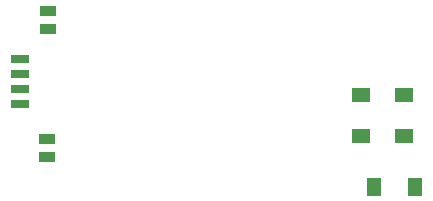
<source format=gtp>
G04*
G04 #@! TF.GenerationSoftware,Altium Limited,Altium Designer,22.3.1 (43)*
G04*
G04 Layer_Color=8421504*
%FSLAX25Y25*%
%MOIN*%
G70*
G04*
G04 #@! TF.SameCoordinates,CFB6BFBE-1D4E-4C59-BBC9-44663F7F7C7A*
G04*
G04*
G04 #@! TF.FilePolarity,Positive*
G04*
G01*
G75*
%ADD16R,0.06102X0.04921*%
%ADD17R,0.04921X0.06102*%
%ADD18R,0.05315X0.03740*%
%ADD19R,0.06299X0.02756*%
D16*
X133228Y54567D02*
D03*
Y40984D02*
D03*
X147638Y41004D02*
D03*
Y54587D02*
D03*
D17*
X137815Y23819D02*
D03*
X151398D02*
D03*
D18*
X29055Y82657D02*
D03*
Y76555D02*
D03*
X28858Y33681D02*
D03*
Y39783D02*
D03*
D19*
X19626Y51496D02*
D03*
Y56496D02*
D03*
Y61496D02*
D03*
Y66496D02*
D03*
M02*

</source>
